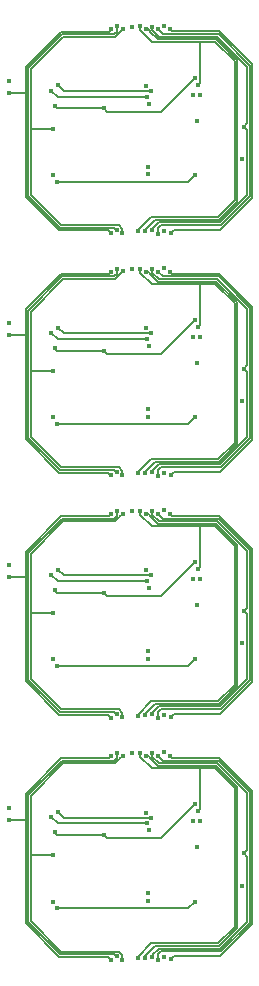
<source format=gbr>
%TF.GenerationSoftware,KiCad,Pcbnew,7.0.2-6a45011f42~172~ubuntu22.04.1*%
%TF.CreationDate,2023-05-08T14:44:33+01:00*%
%TF.ProjectId,panel,70616e65-6c2e-46b6-9963-61645f706362,rev?*%
%TF.SameCoordinates,Original*%
%TF.FileFunction,Copper,L3,Inr*%
%TF.FilePolarity,Positive*%
%FSLAX46Y46*%
G04 Gerber Fmt 4.6, Leading zero omitted, Abs format (unit mm)*
G04 Created by KiCad (PCBNEW 7.0.2-6a45011f42~172~ubuntu22.04.1) date 2023-05-08 14:44:33*
%MOMM*%
%LPD*%
G01*
G04 APERTURE LIST*
%TA.AperFunction,ViaPad*%
%ADD10C,0.400000*%
%TD*%
%TA.AperFunction,Conductor*%
%ADD11C,0.127000*%
%TD*%
G04 APERTURE END LIST*
D10*
%TO.N,Board_3-SCLK*%
X19250001Y-69260004D03*
X19130001Y-86340004D03*
%TO.N,Board_3-RESETB*%
X17250001Y-69250004D03*
X11360002Y-77650003D03*
X17227586Y-86509995D03*
%TO.N,Board_3-IN_ref*%
X19420001Y-80870004D03*
X19510001Y-75540004D03*
%TO.N,Board_3-IN5*%
X11220001Y-74460004D03*
X19350001Y-74980004D03*
%TO.N,Board_3-IN4*%
X19660001Y-74490004D03*
X11810001Y-74000004D03*
%TO.N,Board_3-IN3*%
X19260001Y-74060004D03*
%TO.N,Board_3-IN2*%
X23210001Y-74800004D03*
%TO.N,Board_3-IN1*%
X23790001Y-74810004D03*
%TO.N,Board_3-I2C_SDA*%
X16259931Y-86520248D03*
X7600002Y-74660003D03*
X16250001Y-69260004D03*
%TO.N,Board_3-I2C_SCL*%
X16740002Y-86250003D03*
X16739428Y-69010005D03*
%TO.N,Board_3-GND*%
X23510000Y-77000003D03*
X7590002Y-73640003D03*
X19420001Y-81540004D03*
X20750001Y-86284600D03*
X18020002Y-69020003D03*
X11360002Y-81600003D03*
X27380001Y-80250004D03*
X20750001Y-68930004D03*
%TO.N,Board_3-D_RDYB*%
X23360001Y-81600004D03*
X11690001Y-82140004D03*
%TO.N,Board_3-DOUT*%
X21250001Y-69260004D03*
X21340001Y-86500004D03*
%TO.N,Board_3-DIN*%
X20250001Y-69260004D03*
X20240001Y-86560004D03*
%TO.N,Board_3-AUX2*%
X19740001Y-86255226D03*
X19750001Y-69020004D03*
X27500001Y-77500004D03*
%TO.N,Board_3-AUX1*%
X18750001Y-69010004D03*
X23620001Y-73960004D03*
X18530001Y-86350004D03*
%TO.N,Board_3-+3.3V*%
X15640001Y-75950004D03*
X23370001Y-73340004D03*
X11500002Y-75730003D03*
%TO.N,Board_2-SCLK*%
X19130001Y-65840003D03*
X19250001Y-48760003D03*
%TO.N,Board_2-RESETB*%
X11360002Y-57150002D03*
X17227586Y-66009994D03*
X17250001Y-48750003D03*
%TO.N,Board_2-IN_ref*%
X19510001Y-55040003D03*
X19420001Y-60370003D03*
%TO.N,Board_2-IN5*%
X19350001Y-54480003D03*
X11220001Y-53960003D03*
%TO.N,Board_2-IN4*%
X19660001Y-53990003D03*
X11810001Y-53500003D03*
%TO.N,Board_2-IN3*%
X19260001Y-53560003D03*
%TO.N,Board_2-IN2*%
X23210001Y-54300003D03*
%TO.N,Board_2-IN1*%
X23790001Y-54310003D03*
%TO.N,Board_2-I2C_SDA*%
X16259931Y-66020247D03*
X16250001Y-48760003D03*
X7600002Y-54160002D03*
%TO.N,Board_2-I2C_SCL*%
X16739428Y-48510004D03*
X16740002Y-65750002D03*
%TO.N,Board_2-GND*%
X27380001Y-59750003D03*
X18020002Y-48520002D03*
X11360002Y-61100002D03*
X20750001Y-48430003D03*
X23510000Y-56500002D03*
X19420001Y-61040003D03*
X7590002Y-53140002D03*
X20750001Y-65784599D03*
%TO.N,Board_2-D_RDYB*%
X23360001Y-61100003D03*
X11690001Y-61640003D03*
%TO.N,Board_2-DOUT*%
X21340001Y-66000003D03*
X21250001Y-48760003D03*
%TO.N,Board_2-DIN*%
X20240001Y-66060003D03*
X20250001Y-48760003D03*
%TO.N,Board_2-AUX2*%
X27500001Y-57000003D03*
X19750001Y-48520003D03*
X19740001Y-65755225D03*
%TO.N,Board_2-AUX1*%
X18750001Y-48510003D03*
X18530001Y-65850003D03*
X23620001Y-53460003D03*
%TO.N,Board_2-+3.3V*%
X11500002Y-55230002D03*
X15640001Y-55450003D03*
X23370001Y-52840003D03*
%TO.N,Board_1-SCLK*%
X19250001Y-28260002D03*
X19130001Y-45340002D03*
%TO.N,Board_1-RESETB*%
X11360002Y-36650001D03*
X17227586Y-45509993D03*
X17250001Y-28250002D03*
%TO.N,Board_1-IN_ref*%
X19510001Y-34540002D03*
X19420001Y-39870002D03*
%TO.N,Board_1-IN5*%
X19350001Y-33980002D03*
X11220001Y-33460002D03*
%TO.N,Board_1-IN4*%
X19660001Y-33490002D03*
X11810001Y-33000002D03*
%TO.N,Board_1-IN3*%
X19260001Y-33060002D03*
%TO.N,Board_1-IN2*%
X23210001Y-33800002D03*
%TO.N,Board_1-IN1*%
X23790001Y-33810002D03*
%TO.N,Board_1-I2C_SDA*%
X16250001Y-28260002D03*
X7600002Y-33660001D03*
X16259931Y-45520246D03*
%TO.N,Board_1-I2C_SCL*%
X16739428Y-28010003D03*
X16740002Y-45250001D03*
%TO.N,Board_1-GND*%
X20750001Y-27930002D03*
X23510000Y-36000001D03*
X7590002Y-32640001D03*
X20750001Y-45284598D03*
X27380001Y-39250002D03*
X18020002Y-28020001D03*
X11360002Y-40600001D03*
X19420001Y-40540002D03*
%TO.N,Board_1-D_RDYB*%
X11690001Y-41140002D03*
X23360001Y-40600002D03*
%TO.N,Board_1-DOUT*%
X21340001Y-45500002D03*
X21250001Y-28260002D03*
%TO.N,Board_1-DIN*%
X20240001Y-45560002D03*
X20250001Y-28260002D03*
%TO.N,Board_1-AUX2*%
X19750001Y-28020002D03*
X19740001Y-45255224D03*
X27500001Y-36500002D03*
%TO.N,Board_1-AUX1*%
X18750001Y-28010002D03*
X23620001Y-32960002D03*
X18530001Y-45350002D03*
%TO.N,Board_1-+3.3V*%
X23370001Y-32340002D03*
X15640001Y-34950002D03*
X11500002Y-34730001D03*
%TO.N,Board_0-SCLK*%
X19130001Y-24840001D03*
X19250001Y-7760001D03*
%TO.N,Board_0-RESETB*%
X17250001Y-7750001D03*
X11360002Y-16150000D03*
X17227586Y-25009992D03*
%TO.N,Board_0-IN_ref*%
X19510001Y-14040001D03*
X19420001Y-19370001D03*
%TO.N,Board_0-IN5*%
X19350001Y-13480001D03*
X11220001Y-12960001D03*
%TO.N,Board_0-IN4*%
X11810001Y-12500001D03*
X19660001Y-12990001D03*
%TO.N,Board_0-IN3*%
X19260001Y-12560001D03*
%TO.N,Board_0-IN2*%
X23210001Y-13300001D03*
%TO.N,Board_0-IN1*%
X23790001Y-13310001D03*
%TO.N,Board_0-I2C_SDA*%
X16259931Y-25020245D03*
X16250001Y-7760001D03*
X7600002Y-13160000D03*
%TO.N,Board_0-I2C_SCL*%
X16739428Y-7510002D03*
X16740002Y-24750000D03*
%TO.N,Board_0-GND*%
X18020002Y-7520000D03*
X27380001Y-18750001D03*
X20750001Y-24784597D03*
X11360002Y-20100000D03*
X19420001Y-20040001D03*
X7590002Y-12140000D03*
X20750001Y-7430001D03*
X23510000Y-15500000D03*
%TO.N,Board_0-D_RDYB*%
X23360001Y-20100001D03*
X11690001Y-20640001D03*
%TO.N,Board_0-DOUT*%
X21250001Y-7760001D03*
X21340001Y-25000001D03*
%TO.N,Board_0-DIN*%
X20240001Y-25060001D03*
X20250001Y-7760001D03*
%TO.N,Board_0-AUX2*%
X19740001Y-24755223D03*
X19750001Y-7520001D03*
X27500001Y-16000001D03*
%TO.N,Board_0-AUX1*%
X18530001Y-24850001D03*
X23620001Y-12460001D03*
X18750001Y-7510001D03*
%TO.N,Board_0-+3.3V*%
X11500002Y-14230000D03*
X23370001Y-11840001D03*
X15640001Y-14450001D03*
%TD*%
D11*
%TO.N,Board_3-SCLK*%
X19533001Y-69434666D02*
X20205839Y-70107504D01*
X26950002Y-76321333D02*
X26942609Y-76328726D01*
X26942609Y-76328726D02*
X26942609Y-76671282D01*
X19130001Y-86250004D02*
X19130001Y-86340004D01*
X26950002Y-83829351D02*
X25413349Y-85366004D01*
X25186849Y-70107504D02*
X26950002Y-71870657D01*
X26950002Y-76678675D02*
X26950002Y-83829351D01*
X19533001Y-69387782D02*
X19533001Y-69434666D01*
X25413349Y-85366004D02*
X20014001Y-85366004D01*
X26950002Y-71870657D02*
X26950002Y-76321333D01*
X19250001Y-69260004D02*
X19405223Y-69260004D01*
X20205839Y-70107504D02*
X25186849Y-70107504D01*
X26942609Y-76671282D02*
X26950002Y-76678675D01*
X20014001Y-85366004D02*
X19130001Y-86250004D01*
X19405223Y-69260004D02*
X19533001Y-69387782D01*
%TO.N,Board_3-RESETB*%
X9474002Y-72649771D02*
X12233269Y-69890504D01*
X16956428Y-69566888D02*
X16956428Y-69543577D01*
X16911280Y-85836503D02*
X12070270Y-85836503D01*
X12233269Y-69890504D02*
X16632812Y-69890504D01*
X16632812Y-69890504D02*
X16956428Y-69566888D01*
X9474002Y-77654003D02*
X9474002Y-72649771D01*
X16956428Y-69543577D02*
X17250001Y-69250004D01*
X12070270Y-85836503D02*
X9474002Y-83240235D01*
X9478002Y-77650003D02*
X9474002Y-77654003D01*
X17227586Y-86509995D02*
X17227586Y-86152809D01*
X17227586Y-86152809D02*
X16911280Y-85836503D01*
X11360002Y-77650003D02*
X9478002Y-77650003D01*
X9474002Y-83240235D02*
X9474002Y-77654003D01*
%TO.N,Board_3-IN5*%
X11750001Y-74990004D02*
X11220001Y-74460004D01*
X19350001Y-74980004D02*
X19340001Y-74990004D01*
X19340001Y-74990004D02*
X11750001Y-74990004D01*
%TO.N,Board_3-IN4*%
X12300001Y-74490004D02*
X11810001Y-74000004D01*
X19660001Y-74490004D02*
X12300001Y-74490004D01*
%TO.N,Board_3-I2C_SDA*%
X12053501Y-69456504D02*
X16053501Y-69456504D01*
X16053501Y-69456504D02*
X16250001Y-69260004D01*
X9010002Y-74660003D02*
X9040002Y-74630003D01*
X7600002Y-74660003D02*
X9010002Y-74660003D01*
X9040002Y-74630003D02*
X9040002Y-72470003D01*
X9040002Y-83420003D02*
X9040002Y-74630003D01*
X11897002Y-86277003D02*
X9040002Y-83420003D01*
X16016686Y-86277003D02*
X11897002Y-86277003D01*
X16259931Y-86520248D02*
X16016686Y-86277003D01*
X9040002Y-72470003D02*
X12053501Y-69456504D01*
%TO.N,Board_3-I2C_SCL*%
X16550002Y-86060003D02*
X16740002Y-86250003D01*
X11986886Y-86060003D02*
X16550002Y-86060003D01*
X9257002Y-83330119D02*
X11986886Y-86060003D01*
X12143385Y-69673504D02*
X9257002Y-72559887D01*
X9257002Y-72559887D02*
X9257002Y-83330119D01*
X16739428Y-69010005D02*
X16739428Y-69477004D01*
X16739428Y-69477004D02*
X16542928Y-69673504D01*
X16542928Y-69673504D02*
X12143385Y-69673504D01*
%TO.N,Board_3-D_RDYB*%
X11690001Y-82140004D02*
X22820001Y-82140004D01*
X22820001Y-82140004D02*
X23360001Y-81600004D01*
%TO.N,Board_3-DOUT*%
X28227501Y-83492504D02*
X28227501Y-72227504D01*
X21588941Y-86251064D02*
X25468941Y-86251064D01*
X28227501Y-72227504D02*
X25426501Y-69426504D01*
X21340001Y-86500004D02*
X21588941Y-86251064D01*
X21416501Y-69426504D02*
X21250001Y-69260004D01*
X25468941Y-86251064D02*
X28227501Y-83492504D01*
X25426501Y-69426504D02*
X21416501Y-69426504D01*
%TO.N,Board_3-DIN*%
X25366617Y-69673504D02*
X20663501Y-69673504D01*
X20240001Y-86560004D02*
X20240001Y-86062110D01*
X25593117Y-85800004D02*
X28010501Y-83382620D01*
X20663501Y-69673504D02*
X20250001Y-69260004D01*
X20502107Y-85800004D02*
X25593117Y-85800004D01*
X20240001Y-86062110D02*
X20502107Y-85800004D01*
X28010501Y-72317388D02*
X25366617Y-69673504D01*
X28010501Y-83382620D02*
X28010501Y-72317388D01*
%TO.N,Board_3-AUX2*%
X27793501Y-77206504D02*
X27793501Y-72407272D01*
X27500001Y-77500004D02*
X27793501Y-77206504D01*
X25276733Y-69890504D02*
X20295723Y-69890504D01*
X20287001Y-85583004D02*
X19740001Y-86130004D01*
X25503233Y-85583004D02*
X20287001Y-85583004D01*
X27793501Y-77793504D02*
X27793501Y-83292736D01*
X27500001Y-77500004D02*
X27793501Y-77793504D01*
X19750001Y-69344782D02*
X19750001Y-69020004D01*
X20295723Y-69890504D02*
X19750001Y-69344782D01*
X27793501Y-83292736D02*
X25503233Y-85583004D01*
X19740001Y-86130004D02*
X19740001Y-86255226D01*
X27793501Y-72407272D02*
X25276733Y-69890504D01*
%TO.N,Board_3-AUX1*%
X19729723Y-70324504D02*
X23784501Y-70324504D01*
X26725609Y-76238842D02*
X26725609Y-76761166D01*
X26733002Y-76231449D02*
X26725609Y-76238842D01*
X25323465Y-85149004D02*
X19651001Y-85149004D01*
X25096965Y-70324504D02*
X26733002Y-71960541D01*
X23784501Y-73795504D02*
X23784501Y-70324504D01*
X18530001Y-86270004D02*
X18530001Y-86350004D01*
X23784501Y-70324504D02*
X25096965Y-70324504D01*
X19651001Y-85149004D02*
X18530001Y-86270004D01*
X26725609Y-76761166D02*
X26733002Y-76768559D01*
X18750001Y-69344782D02*
X19729723Y-70324504D01*
X18750001Y-69010004D02*
X18750001Y-69344782D01*
X23620001Y-73960004D02*
X23784501Y-73795504D01*
X26733002Y-71960541D02*
X26733002Y-76231449D01*
X26733002Y-83739467D02*
X25323465Y-85149004D01*
X26733002Y-76768559D02*
X26733002Y-83739467D01*
%TO.N,Board_3-+3.3V*%
X11720003Y-75950004D02*
X15640001Y-75950004D01*
X20500001Y-76210004D02*
X15900001Y-76210004D01*
X11500002Y-75730003D02*
X11720003Y-75950004D01*
X15900001Y-76210004D02*
X15640001Y-75950004D01*
X23370001Y-73340004D02*
X20500001Y-76210004D01*
%TO.N,Board_2-SCLK*%
X19533001Y-48934665D02*
X20205839Y-49607503D01*
X19405223Y-48760003D02*
X19533001Y-48887781D01*
X19250001Y-48760003D02*
X19405223Y-48760003D01*
X19130001Y-65750003D02*
X19130001Y-65840003D01*
X19533001Y-48887781D02*
X19533001Y-48934665D01*
X20014001Y-64866003D02*
X19130001Y-65750003D01*
X26950002Y-63329350D02*
X25413349Y-64866003D01*
X25186849Y-49607503D02*
X26950002Y-51370656D01*
X25413349Y-64866003D02*
X20014001Y-64866003D01*
X20205839Y-49607503D02*
X25186849Y-49607503D01*
X26942609Y-56171281D02*
X26950002Y-56178674D01*
X26950002Y-55821332D02*
X26942609Y-55828725D01*
X26942609Y-55828725D02*
X26942609Y-56171281D01*
X26950002Y-56178674D02*
X26950002Y-63329350D01*
X26950002Y-51370656D02*
X26950002Y-55821332D01*
%TO.N,Board_2-RESETB*%
X17227586Y-65652808D02*
X16911280Y-65336502D01*
X11360002Y-57150002D02*
X9478002Y-57150002D01*
X17227586Y-66009994D02*
X17227586Y-65652808D01*
X9474002Y-52149770D02*
X12233269Y-49390503D01*
X12233269Y-49390503D02*
X16632812Y-49390503D01*
X16632812Y-49390503D02*
X16956428Y-49066887D01*
X16956428Y-49066887D02*
X16956428Y-49043576D01*
X9478002Y-57150002D02*
X9474002Y-57154002D01*
X9474002Y-57154002D02*
X9474002Y-52149770D01*
X12070270Y-65336502D02*
X9474002Y-62740234D01*
X9474002Y-62740234D02*
X9474002Y-57154002D01*
X16911280Y-65336502D02*
X12070270Y-65336502D01*
X16956428Y-49043576D02*
X17250001Y-48750003D01*
%TO.N,Board_2-IN5*%
X19340001Y-54490003D02*
X11750001Y-54490003D01*
X11750001Y-54490003D02*
X11220001Y-53960003D01*
X19350001Y-54480003D02*
X19340001Y-54490003D01*
%TO.N,Board_2-IN4*%
X19660001Y-53990003D02*
X12300001Y-53990003D01*
X12300001Y-53990003D02*
X11810001Y-53500003D01*
%TO.N,Board_2-I2C_SDA*%
X16053501Y-48956503D02*
X16250001Y-48760003D01*
X7600002Y-54160002D02*
X9010002Y-54160002D01*
X11897002Y-65777002D02*
X9040002Y-62920002D01*
X16259931Y-66020247D02*
X16016686Y-65777002D01*
X9040002Y-54130002D02*
X9040002Y-51970002D01*
X9040002Y-51970002D02*
X12053501Y-48956503D01*
X16016686Y-65777002D02*
X11897002Y-65777002D01*
X9040002Y-62920002D02*
X9040002Y-54130002D01*
X9010002Y-54160002D02*
X9040002Y-54130002D01*
X12053501Y-48956503D02*
X16053501Y-48956503D01*
%TO.N,Board_2-I2C_SCL*%
X12143385Y-49173503D02*
X9257002Y-52059886D01*
X11986886Y-65560002D02*
X16550002Y-65560002D01*
X16542928Y-49173503D02*
X12143385Y-49173503D01*
X16550002Y-65560002D02*
X16740002Y-65750002D01*
X16739428Y-48977003D02*
X16542928Y-49173503D01*
X9257002Y-52059886D02*
X9257002Y-62830118D01*
X16739428Y-48510004D02*
X16739428Y-48977003D01*
X9257002Y-62830118D02*
X11986886Y-65560002D01*
%TO.N,Board_2-D_RDYB*%
X11690001Y-61640003D02*
X22820001Y-61640003D01*
X22820001Y-61640003D02*
X23360001Y-61100003D01*
%TO.N,Board_2-DOUT*%
X21588941Y-65751063D02*
X25468941Y-65751063D01*
X25426501Y-48926503D02*
X21416501Y-48926503D01*
X25468941Y-65751063D02*
X28227501Y-62992503D01*
X28227501Y-62992503D02*
X28227501Y-51727503D01*
X21340001Y-66000003D02*
X21588941Y-65751063D01*
X28227501Y-51727503D02*
X25426501Y-48926503D01*
X21416501Y-48926503D02*
X21250001Y-48760003D01*
%TO.N,Board_2-DIN*%
X20240001Y-65562109D02*
X20502107Y-65300003D01*
X28010501Y-51817387D02*
X25366617Y-49173503D01*
X20502107Y-65300003D02*
X25593117Y-65300003D01*
X20240001Y-66060003D02*
X20240001Y-65562109D01*
X25366617Y-49173503D02*
X20663501Y-49173503D01*
X28010501Y-62882619D02*
X28010501Y-51817387D01*
X20663501Y-49173503D02*
X20250001Y-48760003D01*
X25593117Y-65300003D02*
X28010501Y-62882619D01*
%TO.N,Board_2-AUX2*%
X20287001Y-65083003D02*
X19740001Y-65630003D01*
X20295723Y-49390503D02*
X19750001Y-48844781D01*
X27793501Y-62792735D02*
X25503233Y-65083003D01*
X25276733Y-49390503D02*
X20295723Y-49390503D01*
X27793501Y-57293503D02*
X27793501Y-62792735D01*
X27793501Y-56706503D02*
X27793501Y-51907271D01*
X19740001Y-65630003D02*
X19740001Y-65755225D01*
X27500001Y-57000003D02*
X27793501Y-57293503D01*
X27793501Y-51907271D02*
X25276733Y-49390503D01*
X19750001Y-48844781D02*
X19750001Y-48520003D01*
X25503233Y-65083003D02*
X20287001Y-65083003D01*
X27500001Y-57000003D02*
X27793501Y-56706503D01*
%TO.N,Board_2-AUX1*%
X25323465Y-64649003D02*
X19651001Y-64649003D01*
X18530001Y-65770003D02*
X18530001Y-65850003D01*
X23784501Y-49824503D02*
X25096965Y-49824503D01*
X26733002Y-63239466D02*
X25323465Y-64649003D01*
X18750001Y-48844781D02*
X19729723Y-49824503D01*
X26725609Y-56261165D02*
X26733002Y-56268558D01*
X23620001Y-53460003D02*
X23784501Y-53295503D01*
X26733002Y-56268558D02*
X26733002Y-63239466D01*
X23784501Y-53295503D02*
X23784501Y-49824503D01*
X26733002Y-55731448D02*
X26725609Y-55738841D01*
X26733002Y-51460540D02*
X26733002Y-55731448D01*
X19729723Y-49824503D02*
X23784501Y-49824503D01*
X25096965Y-49824503D02*
X26733002Y-51460540D01*
X18750001Y-48510003D02*
X18750001Y-48844781D01*
X19651001Y-64649003D02*
X18530001Y-65770003D01*
X26725609Y-55738841D02*
X26725609Y-56261165D01*
%TO.N,Board_2-+3.3V*%
X15900001Y-55710003D02*
X15640001Y-55450003D01*
X11720003Y-55450003D02*
X15640001Y-55450003D01*
X23370001Y-52840003D02*
X20500001Y-55710003D01*
X20500001Y-55710003D02*
X15900001Y-55710003D01*
X11500002Y-55230002D02*
X11720003Y-55450003D01*
%TO.N,Board_1-SCLK*%
X25413349Y-44366002D02*
X20014001Y-44366002D01*
X20205839Y-29107502D02*
X25186849Y-29107502D01*
X20014001Y-44366002D02*
X19130001Y-45250002D01*
X19130001Y-45250002D02*
X19130001Y-45340002D01*
X26950002Y-35321331D02*
X26942609Y-35328724D01*
X19533001Y-28387780D02*
X19533001Y-28434664D01*
X25186849Y-29107502D02*
X26950002Y-30870655D01*
X26950002Y-30870655D02*
X26950002Y-35321331D01*
X26942609Y-35671280D02*
X26950002Y-35678673D01*
X26942609Y-35328724D02*
X26942609Y-35671280D01*
X26950002Y-42829349D02*
X25413349Y-44366002D01*
X19250001Y-28260002D02*
X19405223Y-28260002D01*
X19533001Y-28434664D02*
X20205839Y-29107502D01*
X26950002Y-35678673D02*
X26950002Y-42829349D01*
X19405223Y-28260002D02*
X19533001Y-28387780D01*
%TO.N,Board_1-RESETB*%
X9474002Y-42240233D02*
X9474002Y-36654001D01*
X17227586Y-45509993D02*
X17227586Y-45152807D01*
X16956428Y-28566886D02*
X16956428Y-28543575D01*
X12233269Y-28890502D02*
X16632812Y-28890502D01*
X16911280Y-44836501D02*
X12070270Y-44836501D01*
X16956428Y-28543575D02*
X17250001Y-28250002D01*
X12070270Y-44836501D02*
X9474002Y-42240233D01*
X16632812Y-28890502D02*
X16956428Y-28566886D01*
X9474002Y-36654001D02*
X9474002Y-31649769D01*
X17227586Y-45152807D02*
X16911280Y-44836501D01*
X9478002Y-36650001D02*
X9474002Y-36654001D01*
X11360002Y-36650001D02*
X9478002Y-36650001D01*
X9474002Y-31649769D02*
X12233269Y-28890502D01*
%TO.N,Board_1-IN5*%
X19340001Y-33990002D02*
X11750001Y-33990002D01*
X11750001Y-33990002D02*
X11220001Y-33460002D01*
X19350001Y-33980002D02*
X19340001Y-33990002D01*
%TO.N,Board_1-IN4*%
X19660001Y-33490002D02*
X12300001Y-33490002D01*
X12300001Y-33490002D02*
X11810001Y-33000002D01*
%TO.N,Board_1-I2C_SDA*%
X9040002Y-31470001D02*
X12053501Y-28456502D01*
X16053501Y-28456502D02*
X16250001Y-28260002D01*
X7600002Y-33660001D02*
X9010002Y-33660001D01*
X9040002Y-33630001D02*
X9040002Y-31470001D01*
X9010002Y-33660001D02*
X9040002Y-33630001D01*
X16016686Y-45277001D02*
X11897002Y-45277001D01*
X12053501Y-28456502D02*
X16053501Y-28456502D01*
X11897002Y-45277001D02*
X9040002Y-42420001D01*
X9040002Y-42420001D02*
X9040002Y-33630001D01*
X16259931Y-45520246D02*
X16016686Y-45277001D01*
%TO.N,Board_1-I2C_SCL*%
X9257002Y-31559885D02*
X9257002Y-42330117D01*
X16739428Y-28477002D02*
X16542928Y-28673502D01*
X12143385Y-28673502D02*
X9257002Y-31559885D01*
X9257002Y-42330117D02*
X11986886Y-45060001D01*
X16550002Y-45060001D02*
X16740002Y-45250001D01*
X11986886Y-45060001D02*
X16550002Y-45060001D01*
X16542928Y-28673502D02*
X12143385Y-28673502D01*
X16739428Y-28010003D02*
X16739428Y-28477002D01*
%TO.N,Board_1-D_RDYB*%
X22820001Y-41140002D02*
X23360001Y-40600002D01*
X11690001Y-41140002D02*
X22820001Y-41140002D01*
%TO.N,Board_1-DOUT*%
X21416501Y-28426502D02*
X21250001Y-28260002D01*
X28227501Y-31227502D02*
X25426501Y-28426502D01*
X25468941Y-45251062D02*
X28227501Y-42492502D01*
X25426501Y-28426502D02*
X21416501Y-28426502D01*
X21340001Y-45500002D02*
X21588941Y-45251062D01*
X28227501Y-42492502D02*
X28227501Y-31227502D01*
X21588941Y-45251062D02*
X25468941Y-45251062D01*
%TO.N,Board_1-DIN*%
X20502107Y-44800002D02*
X25593117Y-44800002D01*
X20240001Y-45062108D02*
X20502107Y-44800002D01*
X20240001Y-45560002D02*
X20240001Y-45062108D01*
X28010501Y-31317386D02*
X25366617Y-28673502D01*
X20663501Y-28673502D02*
X20250001Y-28260002D01*
X25593117Y-44800002D02*
X28010501Y-42382618D01*
X28010501Y-42382618D02*
X28010501Y-31317386D01*
X25366617Y-28673502D02*
X20663501Y-28673502D01*
%TO.N,Board_1-AUX2*%
X25503233Y-44583002D02*
X20287001Y-44583002D01*
X27793501Y-36793502D02*
X27793501Y-42292734D01*
X19750001Y-28344780D02*
X19750001Y-28020002D01*
X20287001Y-44583002D02*
X19740001Y-45130002D01*
X27793501Y-31407270D02*
X25276733Y-28890502D01*
X19740001Y-45130002D02*
X19740001Y-45255224D01*
X27793501Y-42292734D02*
X25503233Y-44583002D01*
X27500001Y-36500002D02*
X27793501Y-36206502D01*
X20295723Y-28890502D02*
X19750001Y-28344780D01*
X25276733Y-28890502D02*
X20295723Y-28890502D01*
X27500001Y-36500002D02*
X27793501Y-36793502D01*
X27793501Y-36206502D02*
X27793501Y-31407270D01*
%TO.N,Board_1-AUX1*%
X18530001Y-45270002D02*
X18530001Y-45350002D01*
X26725609Y-35238840D02*
X26725609Y-35761164D01*
X26733002Y-30960539D02*
X26733002Y-35231447D01*
X26733002Y-42739465D02*
X25323465Y-44149002D01*
X26733002Y-35768557D02*
X26733002Y-42739465D01*
X26725609Y-35761164D02*
X26733002Y-35768557D01*
X23620001Y-32960002D02*
X23784501Y-32795502D01*
X25096965Y-29324502D02*
X26733002Y-30960539D01*
X26733002Y-35231447D02*
X26725609Y-35238840D01*
X19651001Y-44149002D02*
X18530001Y-45270002D01*
X25323465Y-44149002D02*
X19651001Y-44149002D01*
X23784501Y-32795502D02*
X23784501Y-29324502D01*
X18750001Y-28344780D02*
X19729723Y-29324502D01*
X23784501Y-29324502D02*
X25096965Y-29324502D01*
X18750001Y-28010002D02*
X18750001Y-28344780D01*
X19729723Y-29324502D02*
X23784501Y-29324502D01*
%TO.N,Board_1-+3.3V*%
X11720003Y-34950002D02*
X15640001Y-34950002D01*
X15900001Y-35210002D02*
X15640001Y-34950002D01*
X11500002Y-34730001D02*
X11720003Y-34950002D01*
X20500001Y-35210002D02*
X15900001Y-35210002D01*
X23370001Y-32340002D02*
X20500001Y-35210002D01*
%TO.N,Board_0-SCLK*%
X26942609Y-15171279D02*
X26950002Y-15178672D01*
X26950002Y-15178672D02*
X26950002Y-22329348D01*
X19250001Y-7760001D02*
X19405223Y-7760001D01*
X26950002Y-14821330D02*
X26942609Y-14828723D01*
X26950002Y-22329348D02*
X25413349Y-23866001D01*
X26950002Y-10370654D02*
X26950002Y-14821330D01*
X25413349Y-23866001D02*
X20014001Y-23866001D01*
X19130001Y-24750001D02*
X19130001Y-24840001D01*
X25186849Y-8607501D02*
X26950002Y-10370654D01*
X20205839Y-8607501D02*
X25186849Y-8607501D01*
X19533001Y-7934663D02*
X20205839Y-8607501D01*
X20014001Y-23866001D02*
X19130001Y-24750001D01*
X19405223Y-7760001D02*
X19533001Y-7887779D01*
X19533001Y-7887779D02*
X19533001Y-7934663D01*
X26942609Y-14828723D02*
X26942609Y-15171279D01*
%TO.N,Board_0-RESETB*%
X16911280Y-24336500D02*
X12070270Y-24336500D01*
X12233269Y-8390501D02*
X16632812Y-8390501D01*
X12070270Y-24336500D02*
X9474002Y-21740232D01*
X9474002Y-11149768D02*
X12233269Y-8390501D01*
X11360002Y-16150000D02*
X9478002Y-16150000D01*
X17227586Y-24652806D02*
X16911280Y-24336500D01*
X9478002Y-16150000D02*
X9474002Y-16154000D01*
X9474002Y-21740232D02*
X9474002Y-16154000D01*
X9474002Y-16154000D02*
X9474002Y-11149768D01*
X17227586Y-25009992D02*
X17227586Y-24652806D01*
X16956428Y-8043574D02*
X17250001Y-7750001D01*
X16632812Y-8390501D02*
X16956428Y-8066885D01*
X16956428Y-8066885D02*
X16956428Y-8043574D01*
%TO.N,Board_0-IN5*%
X11750001Y-13490001D02*
X11220001Y-12960001D01*
X19350001Y-13480001D02*
X19340001Y-13490001D01*
X19340001Y-13490001D02*
X11750001Y-13490001D01*
%TO.N,Board_0-IN4*%
X19660001Y-12990001D02*
X12300001Y-12990001D01*
X12300001Y-12990001D02*
X11810001Y-12500001D01*
%TO.N,Board_0-I2C_SDA*%
X7600002Y-13160000D02*
X9010002Y-13160000D01*
X16053501Y-7956501D02*
X16250001Y-7760001D01*
X9040002Y-21920000D02*
X9040002Y-13130000D01*
X12053501Y-7956501D02*
X16053501Y-7956501D01*
X9040002Y-13130000D02*
X9040002Y-10970000D01*
X16016686Y-24777000D02*
X11897002Y-24777000D01*
X9040002Y-10970000D02*
X12053501Y-7956501D01*
X16259931Y-25020245D02*
X16016686Y-24777000D01*
X9010002Y-13160000D02*
X9040002Y-13130000D01*
X11897002Y-24777000D02*
X9040002Y-21920000D01*
%TO.N,Board_0-I2C_SCL*%
X16739428Y-7977001D02*
X16542928Y-8173501D01*
X16739428Y-7510002D02*
X16739428Y-7977001D01*
X9257002Y-21830116D02*
X11986886Y-24560000D01*
X12143385Y-8173501D02*
X9257002Y-11059884D01*
X9257002Y-11059884D02*
X9257002Y-21830116D01*
X16550002Y-24560000D02*
X16740002Y-24750000D01*
X11986886Y-24560000D02*
X16550002Y-24560000D01*
X16542928Y-8173501D02*
X12143385Y-8173501D01*
%TO.N,Board_0-D_RDYB*%
X11690001Y-20640001D02*
X22820001Y-20640001D01*
X22820001Y-20640001D02*
X23360001Y-20100001D01*
%TO.N,Board_0-DOUT*%
X21588941Y-24751061D02*
X25468941Y-24751061D01*
X25426501Y-7926501D02*
X21416501Y-7926501D01*
X25468941Y-24751061D02*
X28227501Y-21992501D01*
X28227501Y-10727501D02*
X25426501Y-7926501D01*
X28227501Y-21992501D02*
X28227501Y-10727501D01*
X21340001Y-25000001D02*
X21588941Y-24751061D01*
X21416501Y-7926501D02*
X21250001Y-7760001D01*
%TO.N,Board_0-DIN*%
X28010501Y-10817385D02*
X25366617Y-8173501D01*
X25366617Y-8173501D02*
X20663501Y-8173501D01*
X20240001Y-25060001D02*
X20240001Y-24562107D01*
X20240001Y-24562107D02*
X20502107Y-24300001D01*
X25593117Y-24300001D02*
X28010501Y-21882617D01*
X20502107Y-24300001D02*
X25593117Y-24300001D01*
X20663501Y-8173501D02*
X20250001Y-7760001D01*
X28010501Y-21882617D02*
X28010501Y-10817385D01*
%TO.N,Board_0-AUX2*%
X20295723Y-8390501D02*
X19750001Y-7844779D01*
X25503233Y-24083001D02*
X20287001Y-24083001D01*
X27500001Y-16000001D02*
X27793501Y-15706501D01*
X27793501Y-16293501D02*
X27793501Y-21792733D01*
X27793501Y-15706501D02*
X27793501Y-10907269D01*
X25276733Y-8390501D02*
X20295723Y-8390501D01*
X19750001Y-7844779D02*
X19750001Y-7520001D01*
X27500001Y-16000001D02*
X27793501Y-16293501D01*
X20287001Y-24083001D02*
X19740001Y-24630001D01*
X19740001Y-24630001D02*
X19740001Y-24755223D01*
X27793501Y-21792733D02*
X25503233Y-24083001D01*
X27793501Y-10907269D02*
X25276733Y-8390501D01*
%TO.N,Board_0-AUX1*%
X26725609Y-15261163D02*
X26733002Y-15268556D01*
X18530001Y-24770001D02*
X18530001Y-24850001D01*
X19651001Y-23649001D02*
X18530001Y-24770001D01*
X19729723Y-8824501D02*
X23784501Y-8824501D01*
X26733002Y-10460538D02*
X26733002Y-14731446D01*
X26725609Y-14738839D02*
X26725609Y-15261163D01*
X26733002Y-22239464D02*
X25323465Y-23649001D01*
X23784501Y-12295501D02*
X23784501Y-8824501D01*
X18750001Y-7844779D02*
X19729723Y-8824501D01*
X26733002Y-15268556D02*
X26733002Y-22239464D01*
X26733002Y-14731446D02*
X26725609Y-14738839D01*
X23620001Y-12460001D02*
X23784501Y-12295501D01*
X25096965Y-8824501D02*
X26733002Y-10460538D01*
X23784501Y-8824501D02*
X25096965Y-8824501D01*
X18750001Y-7510001D02*
X18750001Y-7844779D01*
X25323465Y-23649001D02*
X19651001Y-23649001D01*
%TO.N,Board_0-+3.3V*%
X11500002Y-14230000D02*
X11720003Y-14450001D01*
X23370001Y-11840001D02*
X20500001Y-14710001D01*
X20500001Y-14710001D02*
X15900001Y-14710001D01*
X15900001Y-14710001D02*
X15640001Y-14450001D01*
X11720003Y-14450001D02*
X15640001Y-14450001D01*
%TD*%
M02*

</source>
